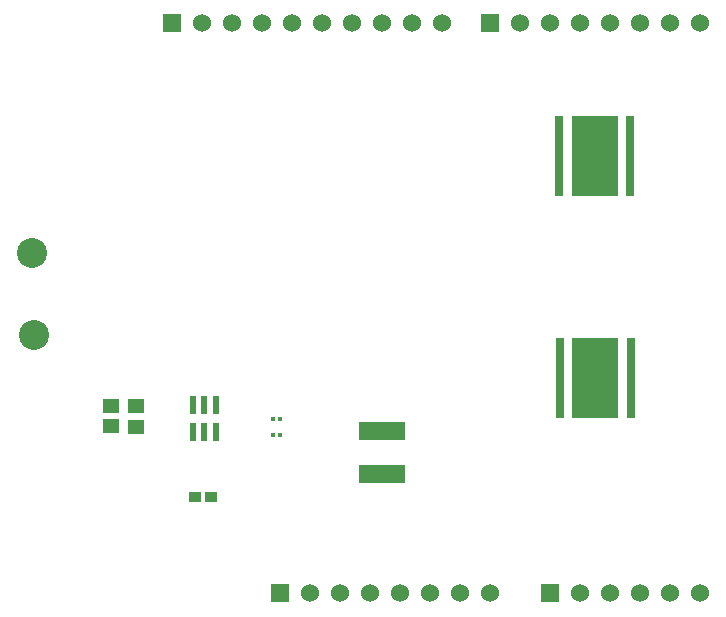
<source format=gbr>
G04*
G04 #@! TF.GenerationSoftware,Altium Limited,Altium Designer,23.0.1 (38)*
G04*
G04 Layer_Color=255*
%FSLAX44Y44*%
%MOMM*%
G71*
G04*
G04 #@! TF.SameCoordinates,64DEC9DB-233E-40C6-88A2-80678BC6FC1E*
G04*
G04*
G04 #@! TF.FilePolarity,Positive*
G04*
G01*
G75*
G04:AMPARAMS|DCode=14|XSize=0.4mm|YSize=0.33mm|CornerRadius=0.0825mm|HoleSize=0mm|Usage=FLASHONLY|Rotation=270.000|XOffset=0mm|YOffset=0mm|HoleType=Round|Shape=RoundedRectangle|*
%AMROUNDEDRECTD14*
21,1,0.4000,0.1650,0,0,270.0*
21,1,0.2350,0.3300,0,0,270.0*
1,1,0.1650,-0.0825,-0.1175*
1,1,0.1650,-0.0825,0.1175*
1,1,0.1650,0.0825,0.1175*
1,1,0.1650,0.0825,-0.1175*
%
%ADD14ROUNDEDRECTD14*%
G04:AMPARAMS|DCode=15|XSize=0.4mm|YSize=0.38mm|CornerRadius=0.095mm|HoleSize=0mm|Usage=FLASHONLY|Rotation=270.000|XOffset=0mm|YOffset=0mm|HoleType=Round|Shape=RoundedRectangle|*
%AMROUNDEDRECTD15*
21,1,0.4000,0.1900,0,0,270.0*
21,1,0.2100,0.3800,0,0,270.0*
1,1,0.1900,-0.0950,-0.1050*
1,1,0.1900,-0.0950,0.1050*
1,1,0.1900,0.0950,0.1050*
1,1,0.1900,0.0950,-0.1050*
%
%ADD15ROUNDEDRECTD15*%
%ADD16R,1.4700X1.1600*%
%ADD17R,1.0100X0.9300*%
%ADD18R,1.4700X1.1500*%
%ADD19R,3.9000X6.7600*%
%ADD20R,0.7000X6.7600*%
%ADD21R,4.0000X1.5000*%
%ADD22R,0.3800X0.4000*%
G04:AMPARAMS|DCode=23|XSize=1.45mm|YSize=0.59mm|CornerRadius=0.0738mm|HoleSize=0mm|Usage=FLASHONLY|Rotation=90.000|XOffset=0mm|YOffset=0mm|HoleType=Round|Shape=RoundedRectangle|*
%AMROUNDEDRECTD23*
21,1,1.4500,0.4425,0,0,90.0*
21,1,1.3025,0.5900,0,0,90.0*
1,1,0.1475,0.2213,0.6513*
1,1,0.1475,0.2213,-0.6513*
1,1,0.1475,-0.2213,-0.6513*
1,1,0.1475,-0.2213,0.6513*
%
%ADD23ROUNDEDRECTD23*%
%ADD24R,1.5300X1.5300*%
%ADD25C,1.5300*%
%ADD26C,2.5400*%
D14*
X283741Y161314D02*
D03*
D15*
X277891D02*
D03*
D16*
X162099Y168352D02*
D03*
Y185952D02*
D03*
D17*
X225555Y108990D02*
D03*
X211375D02*
D03*
D18*
X140208Y168402D02*
D03*
Y186002D02*
D03*
D19*
X550164Y397764D02*
D03*
X550418Y209042D02*
D03*
D20*
X580164Y397764D02*
D03*
X520164D02*
D03*
X580418Y209042D02*
D03*
X520418D02*
D03*
D21*
X370078Y128558D02*
D03*
Y164558D02*
D03*
D22*
X277891Y174776D02*
D03*
X283511D02*
D03*
D23*
X210105Y163854D02*
D03*
X219605D02*
D03*
X229105D02*
D03*
Y186954D02*
D03*
X219605D02*
D03*
X210105D02*
D03*
D24*
X192278Y509778D02*
D03*
X512318Y27178D02*
D03*
X283718D02*
D03*
X461518Y509778D02*
D03*
D25*
X217678D02*
D03*
X243078D02*
D03*
X268478D02*
D03*
X293878D02*
D03*
X319278D02*
D03*
X344678D02*
D03*
X370078D02*
D03*
X395478D02*
D03*
X420878D02*
D03*
X537718Y27178D02*
D03*
X563118D02*
D03*
X588518D02*
D03*
X613918D02*
D03*
X639318D02*
D03*
X309118D02*
D03*
X334518D02*
D03*
X359918D02*
D03*
X385318D02*
D03*
X410718D02*
D03*
X436118D02*
D03*
X461518D02*
D03*
X486918Y509778D02*
D03*
X512318D02*
D03*
X537718D02*
D03*
X563118D02*
D03*
X588518D02*
D03*
X613918D02*
D03*
X639318D02*
D03*
D26*
X75438Y245618D02*
D03*
X73914Y315468D02*
D03*
M02*

</source>
